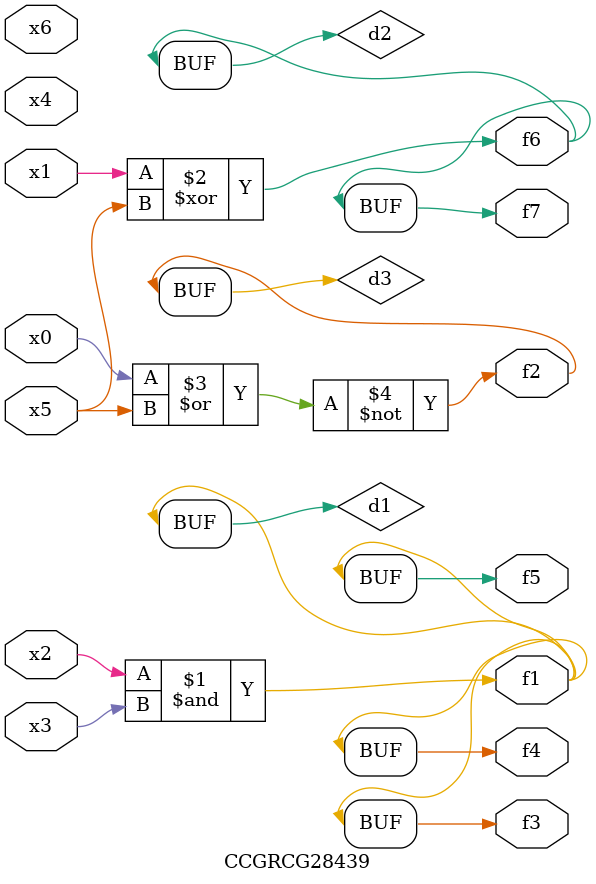
<source format=v>
module CCGRCG28439(
	input x0, x1, x2, x3, x4, x5, x6,
	output f1, f2, f3, f4, f5, f6, f7
);

	wire d1, d2, d3;

	and (d1, x2, x3);
	xor (d2, x1, x5);
	nor (d3, x0, x5);
	assign f1 = d1;
	assign f2 = d3;
	assign f3 = d1;
	assign f4 = d1;
	assign f5 = d1;
	assign f6 = d2;
	assign f7 = d2;
endmodule

</source>
